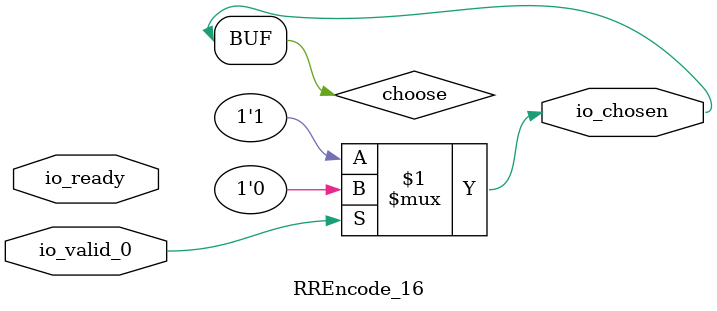
<source format=v>
module RREncode_16(
    input  io_valid_0,
    output io_chosen,
    input  io_ready);
  wire choose;
  assign io_chosen = choose;
  assign choose = io_valid_0 ? 1'h0 : 1'h1;
endmodule
</source>
